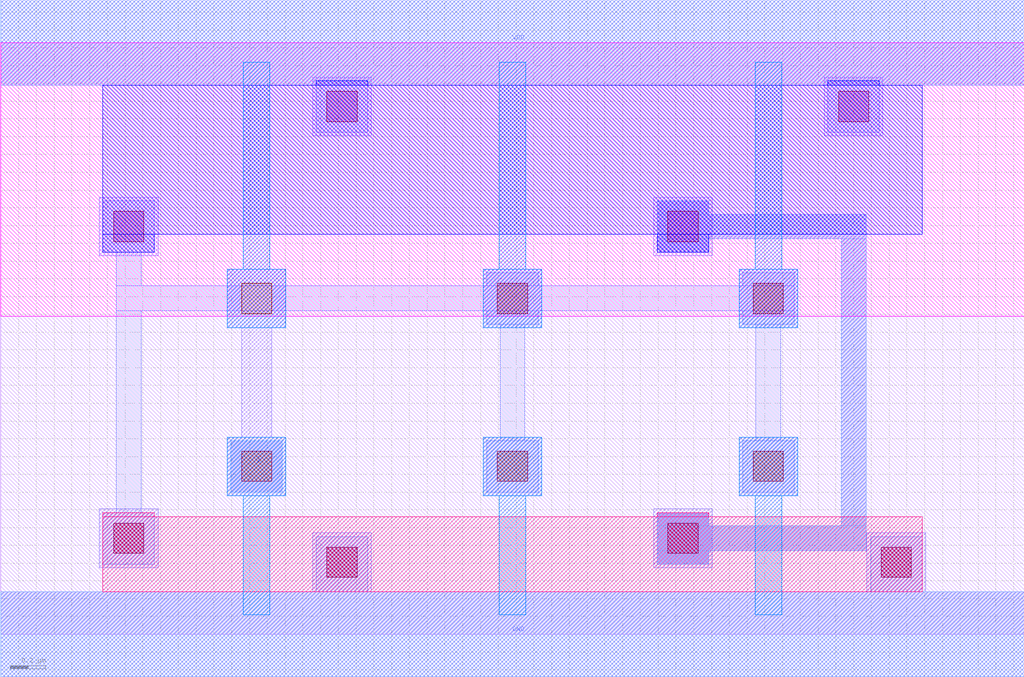
<source format=lef>
MACRO BUFX4
 CLASS CORE ;
 FOREIGN BUFX4 0 0 ;
 ORIGIN 0 0 ;
 SYMMETRY X Y R90 ;
 SITE UNIT ;
  PIN VDD
   DIRECTION INOUT ;
   USE SIGNAL ;
   SHAPE ABUTMENT ;
    PORT
     CLASS CORE ;
       LAYER metal2 ;
        RECT 0.00000000 3.09000000 5.76000000 3.57000000 ;
    END
  END VDD

  PIN GND
   DIRECTION INOUT ;
   USE SIGNAL ;
   SHAPE ABUTMENT ;
    PORT
     CLASS CORE ;
       LAYER metal2 ;
        RECT 0.00000000 -0.24000000 5.76000000 0.24000000 ;
    END
  END GND

  PIN Y
   DIRECTION INOUT ;
   USE SIGNAL ;
   SHAPE ABUTMENT ;
    PORT
     CLASS CORE ;
       LAYER metal2 ;
        RECT 3.69500000 0.39500000 3.98500000 0.47000000 ;
        RECT 3.69500000 0.47000000 4.87000000 0.61000000 ;
        RECT 3.69500000 0.61000000 3.98500000 0.68500000 ;
        RECT 3.69500000 2.15000000 3.98500000 2.22500000 ;
        RECT 4.73000000 0.61000000 4.87000000 2.22500000 ;
        RECT 3.69500000 2.22500000 4.87000000 2.36500000 ;
        RECT 3.69500000 2.36500000 3.98500000 2.44000000 ;
    END
  END Y

  PIN A
   DIRECTION INOUT ;
   USE SIGNAL ;
   SHAPE ABUTMENT ;
    PORT
     CLASS CORE ;
       LAYER metal2 ;
        RECT 1.29500000 0.80000000 1.58500000 1.09000000 ;
    END
  END A

  OBS
   LAYER abutment_box ;
    RECT 0.00000000 0.00000000 5.76000000 3.33000000 ;
  END

  OBS
   LAYER metal1 ;
    RECT 1.75500000 0.24000000 2.08500000 0.57000000 ;
    RECT 4.87500000 0.24000000 5.20500000 0.57000000 ;
    RECT 0.55500000 0.37500000 0.88500000 0.70500000 ;
    RECT 3.67500000 0.37500000 4.00500000 0.70500000 ;
    RECT 2.71500000 0.78000000 3.04500000 1.11000000 ;
    RECT 4.15500000 0.78000000 4.48500000 1.11000000 ;
    RECT 1.27500000 0.78000000 1.60500000 1.11000000 ;
    RECT 1.35500000 1.11000000 1.52500000 1.72500000 ;
    RECT 1.27500000 1.72500000 1.60500000 2.05500000 ;
    RECT 2.71500000 1.72500000 3.04500000 2.05500000 ;
    RECT 4.15500000 1.72500000 4.48500000 2.05500000 ;
    RECT 0.55500000 2.13000000 0.88500000 2.46000000 ;
    RECT 3.67500000 2.13000000 4.00500000 2.46000000 ;
    RECT 1.75500000 2.80500000 2.08500000 3.13500000 ;
    RECT 4.63500000 2.80500000 4.96500000 3.13500000 ;
  END

  OBS
   LAYER metal1_label ;

  END

  OBS
   LAYER metal1_pin ;

  END

  OBS
   LAYER metal2 ;
    RECT 0.00000000 -0.24000000 5.76000000 0.24000000 ;
    RECT 1.77500000 0.24000000 2.06500000 0.55000000 ;
    RECT 4.89500000 0.24000000 5.18500000 0.55000000 ;
    RECT 1.29500000 0.80000000 1.58500000 1.09000000 ;
    RECT 0.57500000 0.39500000 0.86500000 0.68500000 ;
    RECT 2.73500000 0.80000000 3.02500000 1.09000000 ;
    RECT 4.17500000 0.80000000 4.46500000 1.09000000 ;
    RECT 2.81000000 1.09000000 2.95000000 1.74500000 ;
    RECT 4.25000000 1.09000000 4.39000000 1.74500000 ;
    RECT 0.65000000 0.68500000 0.79000000 1.82000000 ;
    RECT 2.73500000 1.74500000 3.02500000 1.82000000 ;
    RECT 4.17500000 1.74500000 4.46500000 1.82000000 ;
    RECT 0.65000000 1.82000000 4.46500000 1.96000000 ;
    RECT 2.73500000 1.96000000 3.02500000 2.03500000 ;
    RECT 4.17500000 1.96000000 4.46500000 2.03500000 ;
    RECT 0.65000000 1.96000000 0.79000000 2.15000000 ;
    RECT 0.57500000 2.15000000 0.86500000 2.44000000 ;
    RECT 3.69500000 0.39500000 3.98500000 0.47000000 ;
    RECT 3.69500000 0.47000000 4.87000000 0.61000000 ;
    RECT 3.69500000 0.61000000 3.98500000 0.68500000 ;
    RECT 3.69500000 2.15000000 3.98500000 2.22500000 ;
    RECT 4.73000000 0.61000000 4.87000000 2.22500000 ;
    RECT 3.69500000 2.22500000 4.87000000 2.36500000 ;
    RECT 3.69500000 2.36500000 3.98500000 2.44000000 ;
    RECT 1.77500000 2.82500000 2.06500000 3.09000000 ;
    RECT 4.65500000 2.82500000 4.94500000 3.09000000 ;
    RECT 0.00000000 3.09000000 5.76000000 3.57000000 ;
  END

  OBS
   LAYER metal2_label ;

  END

  OBS
   LAYER metal2_pin ;
    RECT 0.00000000 -0.24000000 5.76000000 0.24000000 ;
    RECT 1.29500000 0.80000000 1.58500000 1.09000000 ;
    RECT 3.69500000 0.39500000 3.98500000 0.47000000 ;
    RECT 3.69500000 0.47000000 4.87000000 0.61000000 ;
    RECT 3.69500000 0.61000000 3.98500000 0.68500000 ;
    RECT 3.69500000 2.15000000 3.98500000 2.22500000 ;
    RECT 4.73000000 0.61000000 4.87000000 2.22500000 ;
    RECT 3.69500000 2.22500000 4.87000000 2.36500000 ;
    RECT 3.69500000 2.36500000 3.98500000 2.44000000 ;
    RECT 0.00000000 3.09000000 5.76000000 3.57000000 ;
  END

  OBS
   LAYER ndiff_contact ;
    RECT 1.83500000 0.32000000 2.00500000 0.49000000 ;
    RECT 4.95500000 0.32000000 5.12500000 0.49000000 ;
    RECT 0.63500000 0.45500000 0.80500000 0.62500000 ;
    RECT 3.75500000 0.45500000 3.92500000 0.62500000 ;
  END

  OBS
   LAYER ndiffusion ;
    RECT 0.57500000 0.24000000 5.18500000 0.66000000 ;
    RECT 0.57500000 0.66000000 0.86500000 0.68500000 ;
    RECT 3.69500000 0.66000000 3.98500000 0.68500000 ;
  END

  OBS
   LAYER nplus ;

  END

  OBS
   LAYER nwell ;
    RECT 0.00000000 1.79000000 5.76000000 3.33000000 ;
  END

  OBS
   LAYER pdiff_contact ;
    RECT 0.63500000 2.21000000 0.80500000 2.38000000 ;
    RECT 3.75500000 2.21000000 3.92500000 2.38000000 ;
    RECT 1.83500000 2.88500000 2.00500000 3.05500000 ;
    RECT 4.71500000 2.88500000 4.88500000 3.05500000 ;
  END

  OBS
   LAYER pdiffusion ;
    RECT 0.57500000 2.15000000 0.86500000 2.25000000 ;
    RECT 3.69500000 2.15000000 3.98500000 2.25000000 ;
    RECT 0.57500000 2.25000000 5.18500000 3.09000000 ;
    RECT 1.77500000 3.09000000 2.06500000 3.11500000 ;
    RECT 4.65500000 3.09000000 4.94500000 3.11500000 ;
  END

  OBS
   LAYER poly ;
    RECT 1.36500000 0.11000000 1.51500000 0.78000000 ;
    RECT 1.27500000 0.78000000 1.60500000 1.11000000 ;
    RECT 2.80500000 0.11000000 2.95500000 0.78000000 ;
    RECT 2.71500000 0.78000000 3.04500000 1.11000000 ;
    RECT 4.24500000 0.11000000 4.39500000 0.78000000 ;
    RECT 4.15500000 0.78000000 4.48500000 1.11000000 ;
    RECT 1.27500000 1.72500000 1.60500000 2.05500000 ;
    RECT 1.36500000 2.05500000 1.51500000 3.22000000 ;
    RECT 2.71500000 1.72500000 3.04500000 2.05500000 ;
    RECT 2.80500000 2.05500000 2.95500000 3.22000000 ;
    RECT 4.15500000 1.72500000 4.48500000 2.05500000 ;
    RECT 4.24500000 2.05500000 4.39500000 3.22000000 ;
  END

  OBS
   LAYER poly_contact ;
    RECT 1.35500000 0.86000000 1.52500000 1.03000000 ;
    RECT 2.79500000 0.86000000 2.96500000 1.03000000 ;
    RECT 4.23500000 0.86000000 4.40500000 1.03000000 ;
    RECT 1.35500000 1.80500000 1.52500000 1.97500000 ;
    RECT 2.79500000 1.80500000 2.96500000 1.97500000 ;
    RECT 4.23500000 1.80500000 4.40500000 1.97500000 ;
  END

  OBS
   LAYER pplus ;

  END

  OBS
   LAYER via1 ;
    RECT 1.83500000 0.32000000 2.00500000 0.49000000 ;
    RECT 4.95500000 0.32000000 5.12500000 0.49000000 ;
    RECT 0.63500000 0.45500000 0.80500000 0.62500000 ;
    RECT 3.75500000 0.45500000 3.92500000 0.62500000 ;
    RECT 1.35500000 0.86000000 1.52500000 1.03000000 ;
    RECT 2.79500000 0.86000000 2.96500000 1.03000000 ;
    RECT 4.23500000 0.86000000 4.40500000 1.03000000 ;
    RECT 2.79500000 1.80500000 2.96500000 1.97500000 ;
    RECT 4.23500000 1.80500000 4.40500000 1.97500000 ;
    RECT 0.63500000 2.21000000 0.80500000 2.38000000 ;
    RECT 3.75500000 2.21000000 3.92500000 2.38000000 ;
    RECT 1.83500000 2.88500000 2.00500000 3.05500000 ;
    RECT 4.71500000 2.88500000 4.88500000 3.05500000 ;
  END

END BUFX4

</source>
